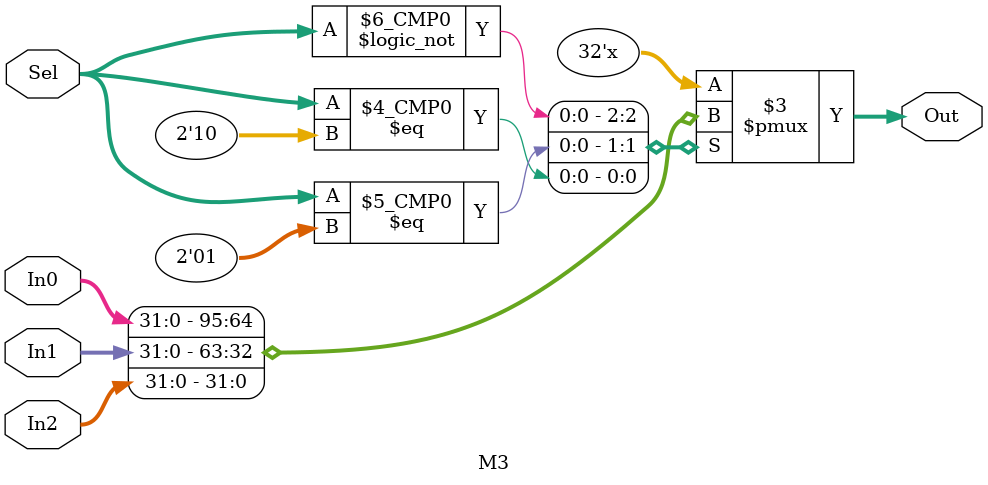
<source format=v>
`timescale 1ns / 1ps


module M3(Sel, In0, In1, In2, Out);
    parameter D_Width = 32;
    input [1:0]Sel;
    input [D_Width-1:0] In0, In1, In2;
    output reg [D_Width-1:0]Out;
    always@(*)begin
        case(Sel)
            2'b00: Out = In0;
            2'b01: Out = In1;
            2'b10: Out = In2;
        endcase
    end
endmodule

</source>
